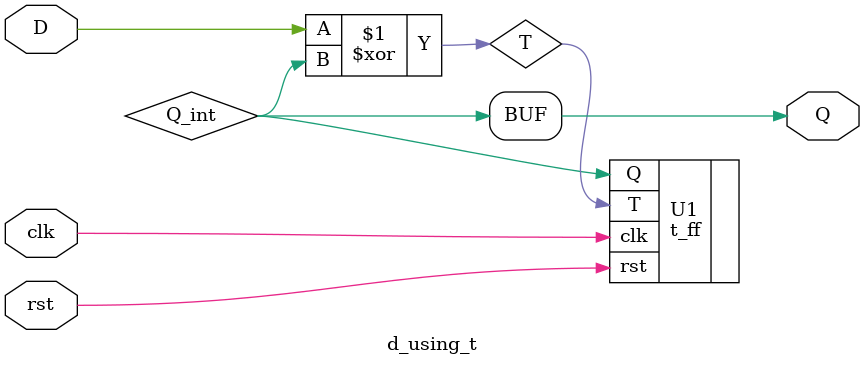
<source format=v>
module d_using_t (
    input wire D,
    input wire clk,
    input wire rst,
    output wire Q
);
    wire T;
    wire Q_int;   // must be wire, since it's driven by t_ff

    // D to T conversion
    assign T = D ^ Q_int;

    // Internal T flip-flop instance
    t_ff U1 (.T(T), .clk(clk), .rst(rst), .Q(Q_int));

    assign Q = Q_int;   // drive output
endmodule


</source>
